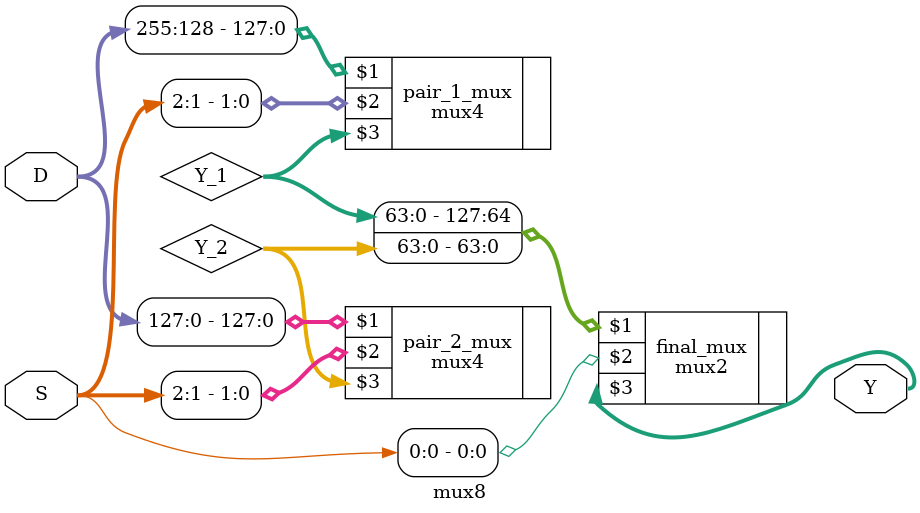
<source format=sv>
module mux8(D,S,Y);

input wire [255:0] D;
input wire [2:0] S;
output logic [31:0] Y;
logic [63:0] Y_1, Y_2;

mux4 pair_1_mux (D[255:128], S[2:1], Y_1);
mux4 pair_2_mux (D[127:0], S[2:1], Y_2);
mux2 final_mux ({Y_1,Y_2}, S[0], Y);

endmodule
</source>
